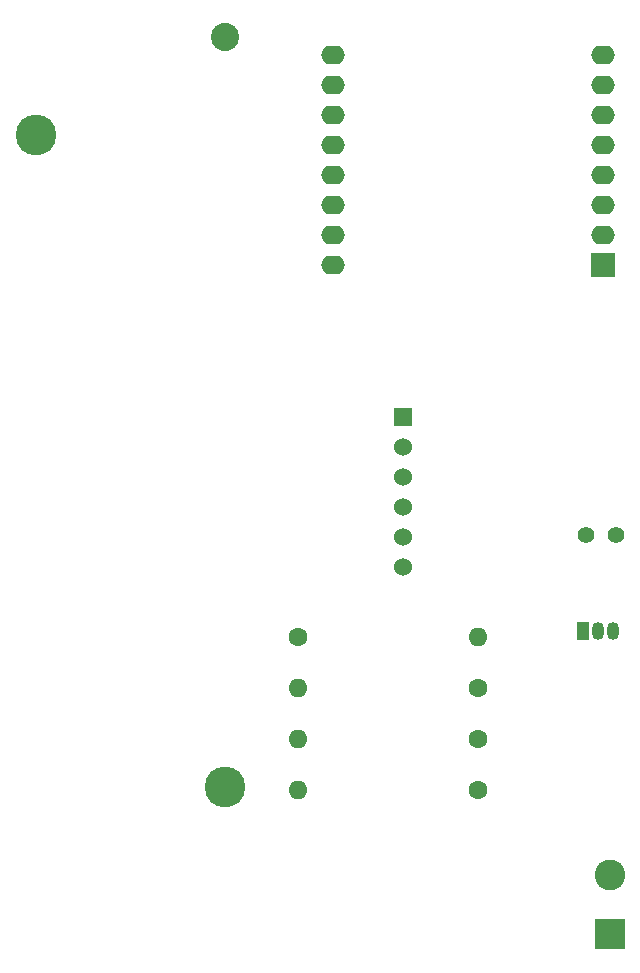
<source format=gbr>
%TF.GenerationSoftware,KiCad,Pcbnew,5.1.12-84ad8e8a86~92~ubuntu16.04.1*%
%TF.CreationDate,2023-10-16T18:07:55-03:00*%
%TF.ProjectId,BlackBox,426c6163-6b42-46f7-982e-6b696361645f,rev?*%
%TF.SameCoordinates,Original*%
%TF.FileFunction,Soldermask,Bot*%
%TF.FilePolarity,Negative*%
%FSLAX46Y46*%
G04 Gerber Fmt 4.6, Leading zero omitted, Abs format (unit mm)*
G04 Created by KiCad (PCBNEW 5.1.12-84ad8e8a86~92~ubuntu16.04.1) date 2023-10-16 18:07:55*
%MOMM*%
%LPD*%
G01*
G04 APERTURE LIST*
%ADD10R,1.050000X1.500000*%
%ADD11O,1.050000X1.500000*%
%ADD12O,1.600000X1.600000*%
%ADD13C,1.600000*%
%ADD14R,1.524000X1.524000*%
%ADD15C,1.524000*%
%ADD16C,3.450000*%
%ADD17C,2.390000*%
%ADD18C,1.400000*%
%ADD19R,2.600000X2.600000*%
%ADD20C,2.600000*%
%ADD21O,2.000000X1.600000*%
%ADD22R,2.000000X2.000000*%
G04 APERTURE END LIST*
D10*
%TO.C,U2*%
X154686000Y-119634000D03*
D11*
X157226000Y-119634000D03*
X155956000Y-119634000D03*
%TD*%
D12*
%TO.C,R3*%
X145780000Y-120142000D03*
D13*
X130540000Y-120142000D03*
%TD*%
D12*
%TO.C,R2*%
X130540000Y-124460000D03*
D13*
X145780000Y-124460000D03*
%TD*%
D12*
%TO.C,R1*%
X130540000Y-128778000D03*
D13*
X145780000Y-128778000D03*
%TD*%
D14*
%TO.C,A1*%
X139440000Y-101470000D03*
D15*
X139440000Y-104010000D03*
X139440000Y-106550000D03*
X139440000Y-109090000D03*
X139440000Y-111630000D03*
X139440000Y-114170000D03*
%TD*%
D16*
%TO.C,BT1*%
X124360000Y-132810000D03*
X108360000Y-77610000D03*
D17*
X124360000Y-69280000D03*
%TD*%
D18*
%TO.C,C1*%
X157480000Y-111506000D03*
X154980000Y-111506000D03*
%TD*%
D13*
%TO.C,R4*%
X145780000Y-133096000D03*
D12*
X130540000Y-133096000D03*
%TD*%
D19*
%TO.C,SW1*%
X156972000Y-145288000D03*
D20*
X156972000Y-140288000D03*
%TD*%
D21*
%TO.C,U1*%
X156410000Y-86030000D03*
D22*
X156410000Y-88570000D03*
D21*
X156410000Y-83490000D03*
X156410000Y-80950000D03*
X156410000Y-78410000D03*
X156410000Y-75870000D03*
X156410000Y-73330000D03*
X156410000Y-70790000D03*
X133550000Y-70790000D03*
X133550000Y-73330000D03*
X133550000Y-75870000D03*
X133550000Y-78410000D03*
X133550000Y-80950000D03*
X133550000Y-83490000D03*
X133550000Y-86030000D03*
X133550000Y-88570000D03*
%TD*%
M02*

</source>
